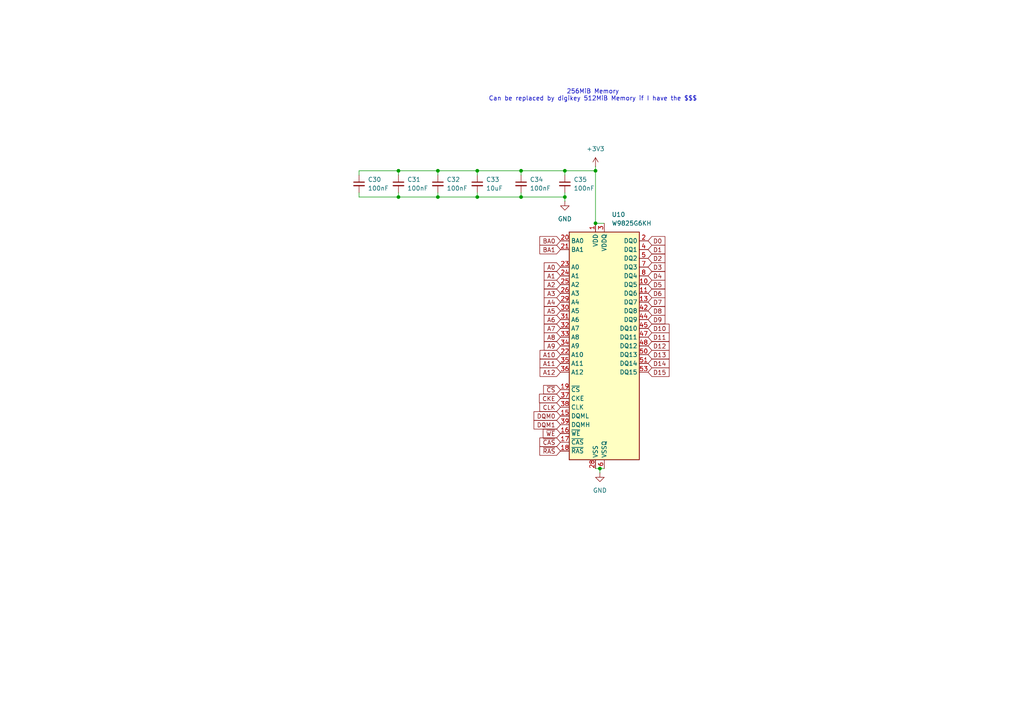
<source format=kicad_sch>
(kicad_sch (version 20250114) (generator "eeschema") (generator_version "9.0")
  (paper "A4")
  (title_block (title "Icepi zero") (date "2025-05-04") (rev "v1") (company "Chengyin Yao (cheyao)") (comment 1 "https://github.com/cheyao/icepi-zero"))
  (lib_symbols
    (symbol "Device:C_Small" (pin_numbers (hide yes)) (pin_names (offset 0.254) (hide yes))
      (property "Reference" "C" (at 0.254 1.778 0))
      (property "Value" "C_Small" (at 0.254 -2.032 0))
      (symbol "C_Small_0_1"
        (polyline (pts (xy -1.524 0.508) (xy 1.524 0.508)) (stroke (width 0.3048)))
        (polyline (pts (xy -1.524 -0.508) (xy 1.524 -0.508)) (stroke (width 0.3302)))
      )
      (symbol "C_Small_1_1"
        (pin passive line (at 0 2.54 270) (length 2.032) (name "~") (number "1"))
        (pin passive line (at 0 -2.54 90) (length 2.032) (name "~") (number "2"))
      )
    )
    (symbol "Memory_RAM:MT48LC16M16A2P"
      (property "Reference" "U" (at -8.89 34.29 0))
      (property "Value" "MT48LC16M16A2P" (at 8.89 34.29 0))
      (symbol "MT48LC16M16A2P_0_1"
        (rectangle (start -10.16 33.02) (end 10.16 -33.02) (stroke (width 0.254)) (fill (type background)))
      )
      (symbol "MT48LC16M16A2P_1_1"
        (pin input line (at -12.7 30.48 0) (length 2.54) (name "BA0") (number "20"))
        (pin input line (at -12.7 27.94 0) (length 2.54) (name "BA1") (number "21"))
        (pin input line (at -12.7 22.86 0) (length 2.54) (name "A0") (number "23"))
        (pin input line (at -12.7 20.32 0) (length 2.54) (name "A1") (number "24"))
        (pin input line (at -12.7 17.78 0) (length 2.54) (name "A2") (number "25"))
        (pin input line (at -12.7 15.24 0) (length 2.54) (name "A3") (number "26"))
        (pin input line (at -12.7 12.7 0) (length 2.54) (name "A4") (number "29"))
        (pin input line (at -12.7 10.16 0) (length 2.54) (name "A5") (number "30"))
        (pin input line (at -12.7 7.62 0) (length 2.54) (name "A6") (number "31"))
        (pin input line (at -12.7 5.08 0) (length 2.54) (name "A7") (number "32"))
        (pin input line (at -12.7 2.54 0) (length 2.54) (name "A8") (number "33"))
        (pin input line (at -12.7 0 0) (length 2.54) (name "A9") (number "34"))
        (pin input line (at -12.7 -2.54 0) (length 2.54) (name "A10") (number "22"))
        (pin input line (at -12.7 -5.08 0) (length 2.54) (name "A11") (number "35"))
        (pin input line (at -12.7 -7.62 0) (length 2.54) (name "A12") (number "36"))
        (pin input line (at -12.7 -12.7 0) (length 2.54) (name "~{CS}") (number "19"))
        (pin input line (at -12.7 -15.24 0) (length 2.54) (name "CKE") (number "37"))
        (pin input line (at -12.7 -17.78 0) (length 2.54) (name "CLK") (number "38"))
        (pin input line (at -12.7 -20.32 0) (length 2.54) (name "DQML") (number "15"))
        (pin input line (at -12.7 -22.86 0) (length 2.54) (name "DQMH") (number "39"))
        (pin input line (at -12.7 -25.4 0) (length 2.54) (name "~{WE}") (number "16"))
        (pin input line (at -12.7 -27.94 0) (length 2.54) (name "~{CAS}") (number "17"))
        (pin input line (at -12.7 -30.48 0) (length 2.54) (name "~{RAS}") (number "18"))
        (pin power_in line (at -2.54 35.56 270) (length 2.54) (name "VDD") (number "1"))
        (pin passive line (at -2.54 35.56 270) (length 2.54) (hide yes) (name "VDD") (number "14"))
        (pin passive line (at -2.54 35.56 270) (length 2.54) (hide yes) (name "VDD") (number "27"))
        (pin power_in line (at -2.54 -35.56 90) (length 2.54) (name "VSS") (number "28"))
        (pin passive line (at -2.54 -35.56 90) (length 2.54) (hide yes) (name "VSS") (number "41"))
        (pin passive line (at -2.54 -35.56 90) (length 2.54) (hide yes) (name "VSS") (number "54"))
        (pin power_in line (at 0 35.56 270) (length 2.54) (name "VDDQ") (number "3"))
        (pin passive line (at 0 35.56 270) (length 2.54) (hide yes) (name "VDDQ") (number "43"))
        (pin passive line (at 0 35.56 270) (length 2.54) (hide yes) (name "VDDQ") (number "49"))
        (pin passive line (at 0 35.56 270) (length 2.54) (hide yes) (name "VDDQ") (number "9"))
        (pin passive line (at 0 -35.56 90) (length 2.54) (hide yes) (name "VSSQ") (number "12"))
        (pin passive line (at 0 -35.56 90) (length 2.54) (hide yes) (name "VSSQ") (number "46"))
        (pin passive line (at 0 -35.56 90) (length 2.54) (hide yes) (name "VSSQ") (number "52"))
        (pin power_in line (at 0 -35.56 90) (length 2.54) (name "VSSQ") (number "6"))
        (pin no_connect line (at 10.16 -20.32 180) (length 2.54) (hide yes) (name "NC") (number "40"))
        (pin bidirectional line (at 12.7 30.48 180) (length 2.54) (name "DQ0") (number "2"))
        (pin bidirectional line (at 12.7 27.94 180) (length 2.54) (name "DQ1") (number "4"))
        (pin bidirectional line (at 12.7 25.4 180) (length 2.54) (name "DQ2") (number "5"))
        (pin bidirectional line (at 12.7 22.86 180) (length 2.54) (name "DQ3") (number "7"))
        (pin bidirectional line (at 12.7 20.32 180) (length 2.54) (name "DQ4") (number "8"))
        (pin bidirectional line (at 12.7 17.78 180) (length 2.54) (name "DQ5") (number "10"))
        (pin bidirectional line (at 12.7 15.24 180) (length 2.54) (name "DQ6") (number "11"))
        (pin bidirectional line (at 12.7 12.7 180) (length 2.54) (name "DQ7") (number "13"))
        (pin bidirectional line (at 12.7 10.16 180) (length 2.54) (name "DQ8") (number "42"))
        (pin bidirectional line (at 12.7 7.62 180) (length 2.54) (name "DQ9") (number "44"))
        (pin bidirectional line (at 12.7 5.08 180) (length 2.54) (name "DQ10") (number "45"))
        (pin bidirectional line (at 12.7 2.54 180) (length 2.54) (name "DQ11") (number "47"))
        (pin bidirectional line (at 12.7 0 180) (length 2.54) (name "DQ12") (number "48"))
        (pin bidirectional line (at 12.7 -2.54 180) (length 2.54) (name "DQ13") (number "50"))
        (pin bidirectional line (at 12.7 -5.08 180) (length 2.54) (name "DQ14") (number "51"))
        (pin bidirectional line (at 12.7 -7.62 180) (length 2.54) (name "DQ15") (number "53"))
      )
    )
    (symbol "power:+3V3" (power) (pin_numbers (hide yes)) (pin_names (offset 0) (hide yes))
      (property "Value" "+3V3" (at 0 3.556 0))
      (symbol "+3V3_0_1"
        (polyline (pts (xy -0.762 1.27) (xy 0 2.54)))
        (polyline (pts (xy 0 2.54) (xy 0.762 1.27)))
        (polyline (pts (xy 0 0) (xy 0 2.54)))
      )
      (symbol "+3V3_1_1"
        (pin power_in line (at 0 0 90) (length 0) (name "~") (number "1"))
      )
    )
    (symbol "power:GND" (power) (pin_numbers (hide yes)) (pin_names (offset 0) (hide yes))
      (property "Value" "GND" (at 0 -3.81 0))
      (symbol "GND_0_1"
        (polyline (pts (xy 0 0) (xy 0 -1.27) (xy 1.27 -1.27) (xy 0 -2.54) (xy -1.27 -1.27) (xy 0 -1.27)))
      )
      (symbol "GND_1_1"
        (pin power_in line (at 0 0 270) (length 0) (name "~") (number "1"))
      )
    )
  )
  (text "256MiB Memory\nCan be replaced by digikey 512MiB Memory if I have the $$$" (at 171.958 27.686 0) (effects (font (size 1.27 1.27))))
  (junction (at 138.43 57.15))
  (junction (at 163.83 49.53))
  (junction (at 151.13 49.53))
  (junction (at 163.83 57.15))
  (junction (at 127 49.53))
  (junction (at 172.72 49.53))
  (junction (at 173.99 135.89))
  (junction (at 172.72 64.77))
  (junction (at 115.57 49.53))
  (junction (at 127 57.15))
  (junction (at 115.57 57.15))
  (junction (at 138.43 49.53))
  (junction (at 151.13 57.15))
  (wire (pts (xy 151.13 57.15) (xy 163.83 57.15)))
  (wire (pts (xy 138.43 57.15) (xy 151.13 57.15)))
  (wire (pts (xy 163.83 58.42) (xy 163.83 57.15)))
  (wire (pts (xy 172.72 135.89) (xy 173.99 135.89)))
  (wire (pts (xy 127 49.53) (xy 127 50.8)))
  (wire (pts (xy 163.83 49.53) (xy 172.72 49.53)))
  (wire (pts (xy 163.83 49.53) (xy 163.83 50.8)))
  (wire (pts (xy 173.99 135.89) (xy 175.26 135.89)))
  (wire (pts (xy 151.13 49.53) (xy 151.13 50.8)))
  (wire (pts (xy 172.72 49.53) (xy 172.72 64.77)))
  (wire (pts (xy 151.13 49.53) (xy 163.83 49.53)))
  (wire (pts (xy 115.57 49.53) (xy 115.57 50.8)))
  (wire (pts (xy 151.13 55.88) (xy 151.13 57.15)))
  (wire (pts (xy 138.43 57.15) (xy 138.43 55.88)))
  (wire (pts (xy 172.72 48.26) (xy 172.72 49.53)))
  (wire (pts (xy 138.43 49.53) (xy 151.13 49.53)))
  (wire (pts (xy 127 57.15) (xy 138.43 57.15)))
  (wire (pts (xy 138.43 49.53) (xy 138.43 50.8)))
  (wire (pts (xy 104.14 49.53) (xy 104.14 50.8)))
  (wire (pts (xy 115.57 49.53) (xy 127 49.53)))
  (wire (pts (xy 115.57 55.88) (xy 115.57 57.15)))
  (wire (pts (xy 127 49.53) (xy 138.43 49.53)))
  (wire (pts (xy 104.14 49.53) (xy 115.57 49.53)))
  (wire (pts (xy 163.83 55.88) (xy 163.83 57.15)))
  (wire (pts (xy 173.99 137.16) (xy 173.99 135.89)))
  (wire (pts (xy 115.57 57.15) (xy 127 57.15)))
  (wire (pts (xy 127 55.88) (xy 127 57.15)))
  (wire (pts (xy 104.14 57.15) (xy 115.57 57.15)))
  (wire (pts (xy 172.72 64.77) (xy 175.26 64.77)))
  (wire (pts (xy 104.14 55.88) (xy 104.14 57.15)))
  (global_label "A12" (shape input) (at 162.56 107.95 180) (property "Intersheetrefs" "${INTERSHEET_REFS}" (effects (hide yes))))
  (global_label "A2" (shape input) (at 162.56 82.55 180) (property "Intersheetrefs" "${INTERSHEET_REFS}" (effects (hide yes))))
  (global_label "A7" (shape input) (at 162.56 95.25 180) (property "Intersheetrefs" "${INTERSHEET_REFS}" (effects (hide yes))))
  (global_label "A11" (shape input) (at 162.56 105.41 180) (property "Intersheetrefs" "${INTERSHEET_REFS}" (effects (hide yes))))
  (global_label "A0" (shape input) (at 162.56 77.47 180) (property "Intersheetrefs" "${INTERSHEET_REFS}" (effects (hide yes))))
  (global_label "D6" (shape input) (at 187.96 85.09 0) (property "Intersheetrefs" "${INTERSHEET_REFS}" (effects (hide yes))))
  (global_label "D7" (shape input) (at 187.96 87.63 0) (property "Intersheetrefs" "${INTERSHEET_REFS}" (effects (hide yes))))
  (global_label "~{CS}" (shape input) (at 162.56 113.03 180) (property "Intersheetrefs" "${INTERSHEET_REFS}" (effects (hide yes))))
  (global_label "~{RAS}" (shape input) (at 162.56 130.81 180) (property "Intersheetrefs" "${INTERSHEET_REFS}" (effects (hide yes))))
  (global_label "CLK" (shape input) (at 162.56 118.11 180) (property "Intersheetrefs" "${INTERSHEET_REFS}" (effects (hide yes))))
  (global_label "~{CAS}" (shape input) (at 162.56 128.27 180) (property "Intersheetrefs" "${INTERSHEET_REFS}" (effects (hide yes))))
  (global_label "D8" (shape input) (at 187.96 90.17 0) (property "Intersheetrefs" "${INTERSHEET_REFS}" (effects (hide yes))))
  (global_label "A9" (shape input) (at 162.56 100.33 180) (property "Intersheetrefs" "${INTERSHEET_REFS}" (effects (hide yes))))
  (global_label "DQM1" (shape input) (at 162.56 123.19 180) (property "Intersheetrefs" "${INTERSHEET_REFS}" (effects (hide yes))))
  (global_label "D4" (shape input) (at 187.96 80.01 0) (property "Intersheetrefs" "${INTERSHEET_REFS}" (effects (hide yes))))
  (global_label "D3" (shape input) (at 187.96 77.47 0) (property "Intersheetrefs" "${INTERSHEET_REFS}" (effects (hide yes))))
  (global_label "D12" (shape input) (at 187.96 100.33 0) (property "Intersheetrefs" "${INTERSHEET_REFS}" (effects (hide yes))))
  (global_label "D2" (shape input) (at 187.96 74.93 0) (property "Intersheetrefs" "${INTERSHEET_REFS}" (effects (hide yes))))
  (global_label "~{WE}" (shape input) (at 162.56 125.73 180) (property "Intersheetrefs" "${INTERSHEET_REFS}" (effects (hide yes))))
  (global_label "BA1" (shape input) (at 162.56 72.39 180) (property "Intersheetrefs" "${INTERSHEET_REFS}" (effects (hide yes))))
  (global_label "BA0" (shape input) (at 162.56 69.85 180) (property "Intersheetrefs" "${INTERSHEET_REFS}" (effects (hide yes))))
  (global_label "A4" (shape input) (at 162.56 87.63 180) (property "Intersheetrefs" "${INTERSHEET_REFS}" (effects (hide yes))))
  (global_label "D15" (shape input) (at 187.96 107.95 0) (property "Intersheetrefs" "${INTERSHEET_REFS}" (effects (hide yes))))
  (global_label "A8" (shape input) (at 162.56 97.79 180) (property "Intersheetrefs" "${INTERSHEET_REFS}" (effects (hide yes))))
  (global_label "A10" (shape input) (at 162.56 102.87 180) (property "Intersheetrefs" "${INTERSHEET_REFS}" (effects (hide yes))))
  (global_label "A1" (shape input) (at 162.56 80.01 180) (property "Intersheetrefs" "${INTERSHEET_REFS}" (effects (hide yes))))
  (global_label "D0" (shape input) (at 187.96 69.85 0) (property "Intersheetrefs" "${INTERSHEET_REFS}" (effects (hide yes))))
  (global_label "D13" (shape input) (at 187.96 102.87 0) (property "Intersheetrefs" "${INTERSHEET_REFS}" (effects (hide yes))))
  (global_label "A3" (shape input) (at 162.56 85.09 180) (property "Intersheetrefs" "${INTERSHEET_REFS}" (effects (hide yes))))
  (global_label "D1" (shape input) (at 187.96 72.39 0) (property "Intersheetrefs" "${INTERSHEET_REFS}" (effects (hide yes))))
  (global_label "CKE" (shape input) (at 162.56 115.57 180) (property "Intersheetrefs" "${INTERSHEET_REFS}" (effects (hide yes))))
  (global_label "D14" (shape input) (at 187.96 105.41 0) (property "Intersheetrefs" "${INTERSHEET_REFS}" (effects (hide yes))))
  (global_label "DQM0" (shape input) (at 162.56 120.65 180) (property "Intersheetrefs" "${INTERSHEET_REFS}" (effects (hide yes))))
  (global_label "D11" (shape input) (at 187.96 97.79 0) (property "Intersheetrefs" "${INTERSHEET_REFS}" (effects (hide yes))))
  (global_label "D5" (shape input) (at 187.96 82.55 0) (property "Intersheetrefs" "${INTERSHEET_REFS}" (effects (hide yes))))
  (global_label "A5" (shape input) (at 162.56 90.17 180) (property "Intersheetrefs" "${INTERSHEET_REFS}" (effects (hide yes))))
  (global_label "D10" (shape input) (at 187.96 95.25 0) (property "Intersheetrefs" "${INTERSHEET_REFS}" (effects (hide yes))))
  (global_label "A6" (shape input) (at 162.56 92.71 180) (property "Intersheetrefs" "${INTERSHEET_REFS}" (effects (hide yes))))
  (global_label "D9" (shape input) (at 187.96 92.71 0) (property "Intersheetrefs" "${INTERSHEET_REFS}" (effects (hide yes))))
  (symbol (lib_id "power:+3V3") (at 172.72 48.26 0) (unit 1)
    (property "Reference" "#PWR057" (effects (hide yes)))
    (property "Value" "+3V3" (at 172.72 43.18 0))
    (property "Description" "Power symbol creates a global label with name \"+3V3\"" (effects (hide yes)))
  )
  (symbol (lib_id "Device:C_Small") (at 151.13 53.34 0) (unit 1)
    (property "Reference" "C34" (at 153.67 52.0762 0) (effects (justify left)))
    (property "Value" "100nF" (at 153.67 54.6162 0) (effects (justify left)))
    (property "Footprint" "Capacitor_SMD:C_0402_1005Metric" (effects (hide yes)))
    (property "Description" "Unpolarized capacitor, small symbol" (effects (hide yes)))
    (property "JLCPCB Part #" "C307331 " (effects (hide yes)))
  )
  (symbol (lib_id "Device:C_Small") (at 127 53.34 0) (unit 1)
    (property "Reference" "C32" (at 129.54 52.0762 0) (effects (justify left)))
    (property "Value" "100nF" (at 129.54 54.6162 0) (effects (justify left)))
    (property "Footprint" "Capacitor_SMD:C_0402_1005Metric" (effects (hide yes)))
    (property "Description" "Unpolarized capacitor, small symbol" (effects (hide yes)))
    (property "JLCPCB Part #" "C307331 " (effects (hide yes)))
  )
  (symbol (lib_id "Device:C_Small") (at 163.83 53.34 0) (unit 1)
    (property "Reference" "C35" (at 166.37 52.0762 0) (effects (justify left)))
    (property "Value" "100nF" (at 166.37 54.6162 0) (effects (justify left)))
    (property "Footprint" "Capacitor_SMD:C_0402_1005Metric" (effects (hide yes)))
    (property "Description" "Unpolarized capacitor, small symbol" (effects (hide yes)))
    (property "JLCPCB Part #" "C307331 " (effects (hide yes)))
  )
  (symbol (lib_id "Memory_RAM:MT48LC16M16A2P") (at 175.26 100.33 0) (unit 1)
    (property "Reference" "U10" (at 177.4033 62.23 0) (effects (justify left)))
    (property "Value" "W9825G6KH" (at 177.4033 64.77 0) (effects (justify left)))
    (property "Footprint" "Package_SO:TSOP-II-54_22.2x10.16mm_P0.8mm" (effects (hide yes)))
    (property "Datasheet" "https://www.micron.com/-/media/client/global/documents/products/data-sheet/dram/256mb_sdr.pdf" (effects (hide yes)))
    (property "Description" "256M – (16M x 16 bit) Synchronous DRAM (SDRAM), TSOP-II-54" (effects (hide yes)))
    (property "JLCPCB Part #" "C62246" (effects (hide yes)))
  )
  (symbol (lib_id "power:GND") (at 173.99 137.16 0) (unit 1)
    (property "Reference" "#PWR060" (effects (hide yes)))
    (property "Value" "GND" (at 173.99 142.24 0))
    (property "Description" "Power symbol creates a global label with name \"GND\" , ground" (effects (hide yes)))
  )
  (symbol (lib_id "Device:C_Small") (at 115.57 53.34 0) (unit 1)
    (property "Reference" "C31" (at 118.11 52.0762 0) (effects (justify left)))
    (property "Value" "100nF" (at 118.11 54.6162 0) (effects (justify left)))
    (property "Footprint" "Capacitor_SMD:C_0402_1005Metric" (effects (hide yes)))
    (property "Description" "Unpolarized capacitor, small symbol" (effects (hide yes)))
    (property "JLCPCB Part #" "C307331 " (effects (hide yes)))
  )
  (symbol (lib_id "Device:C_Small") (at 104.14 53.34 0) (unit 1)
    (property "Reference" "C30" (at 106.68 52.0762 0) (effects (justify left)))
    (property "Value" "100nF" (at 106.68 54.6162 0) (effects (justify left)))
    (property "Footprint" "Capacitor_SMD:C_0402_1005Metric" (effects (hide yes)))
    (property "Description" "Unpolarized capacitor, small symbol" (effects (hide yes)))
    (property "JLCPCB Part #" "C307331 " (effects (hide yes)))
  )
  (symbol (lib_id "power:GND") (at 163.83 58.42 0) (unit 1)
    (property "Reference" "#PWR059" (effects (hide yes)))
    (property "Value" "GND" (at 163.83 63.5 0))
    (property "Description" "Power symbol creates a global label with name \"GND\" , ground" (effects (hide yes)))
  )
  (symbol (lib_id "Device:C_Small") (at 138.43 53.34 0) (unit 1)
    (property "Reference" "C33" (at 140.97 52.0762 0) (effects (justify left)))
    (property "Value" "10uF" (at 140.97 54.6162 0) (effects (justify left)))
    (property "Footprint" "Capacitor_SMD:C_0603_1608Metric" (effects (hide yes)))
    (property "Description" "Unpolarized capacitor, small symbol" (effects (hide yes)))
  )
)
</source>
